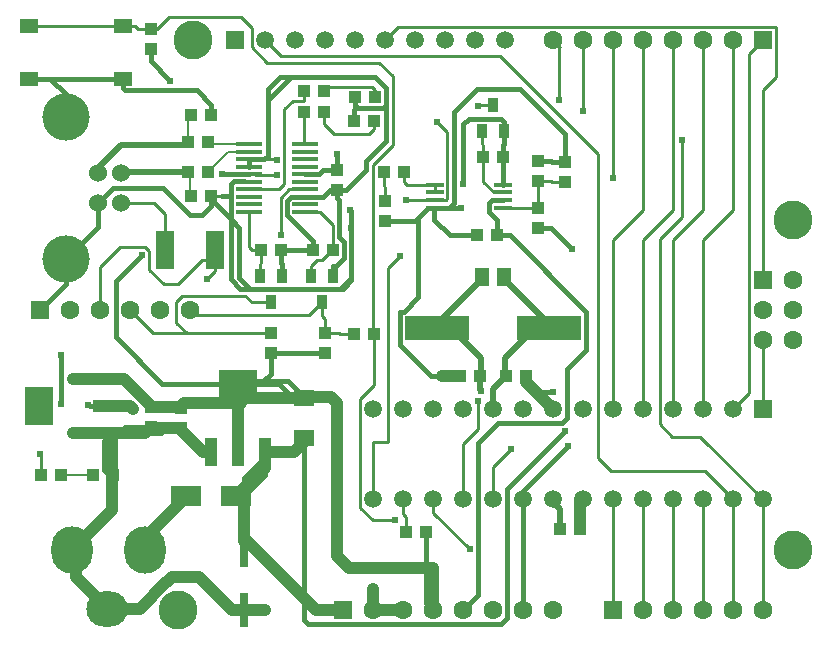
<source format=gtl>
G04*
G04 #@! TF.GenerationSoftware,Altium Limited,Altium Designer,18.1.9 (240)*
G04*
G04 Layer_Physical_Order=1*
G04 Layer_Color=255*
%FSLAX24Y24*%
%MOIN*%
G70*
G01*
G75*
%ADD11C,0.0100*%
%ADD12C,0.0157*%
%ADD14C,0.0079*%
%ADD17R,0.0394X0.0433*%
%ADD18R,0.0433X0.0394*%
%ADD19R,0.0335X0.0512*%
%ADD20R,0.0591X0.0177*%
%ADD21R,0.0512X0.0591*%
%ADD22R,0.0709X0.0551*%
%ADD23R,0.0591X0.1260*%
%ADD24R,0.0945X0.1299*%
%ADD25R,0.0945X0.0394*%
%ADD26R,0.1043X0.0689*%
%ADD27R,0.0295X0.1181*%
%ADD28R,0.0610X0.0512*%
%ADD29O,0.0886X0.0157*%
%ADD30R,0.2165X0.0787*%
%ADD31R,0.0394X0.0945*%
%ADD32R,0.1299X0.0945*%
%ADD61C,0.0394*%
%ADD62C,0.0197*%
%ADD63C,0.1299*%
%ADD64C,0.0630*%
%ADD65R,0.0630X0.0630*%
%ADD66C,0.0600*%
%ADD67C,0.1575*%
%ADD68C,0.0591*%
%ADD69R,0.0591X0.0591*%
%ADD70R,0.0630X0.0630*%
%ADD71R,0.0591X0.0591*%
%ADD72O,0.1378X0.1181*%
%ADD73O,0.1378X0.1575*%
%ADD74C,0.0240*%
D11*
X21570Y7194D02*
Y13364D01*
Y7194D02*
X21980Y6784D01*
X21570Y13364D02*
X22300Y14094D01*
X19500Y6074D02*
X19950Y5624D01*
X19500Y6074D02*
Y16194D01*
X19950Y5624D02*
X23076D01*
X7568Y15300D02*
X7840D01*
X7865Y15275D01*
X12000Y10300D02*
X12010Y10310D01*
Y15854D01*
X9600Y17600D02*
X9700Y17500D01*
Y16560D02*
Y17500D01*
Y16560D02*
X9735Y16525D01*
X12848Y12752D02*
X12898Y12802D01*
X12500Y12400D02*
X12900Y12800D01*
X12000Y6600D02*
X12500D01*
Y12400D01*
X12000Y6600D02*
X12000Y6600D01*
X12000Y4700D02*
Y6600D01*
X5966Y10834D02*
X9867D01*
X5900Y10900D02*
X5966Y10834D01*
X7865Y16025D02*
X8775D01*
X7970Y11264D02*
X8600D01*
X4665Y10235D02*
X5800D01*
X18190Y19732D02*
X18229Y19771D01*
X15600Y11900D02*
X15626D01*
X15550Y8800D02*
Y9000D01*
X15600D01*
X16374Y12000D02*
X16400D01*
X5831Y15600D02*
X5900D01*
X10369Y18434D02*
X11980D01*
X9340Y17984D02*
X9700D01*
X6727Y12664D02*
Y13000D01*
Y12321D02*
Y12664D01*
X6300D02*
X6727D01*
X8400Y20007D02*
X8933Y19474D01*
X16221D01*
X19500Y16194D01*
X23076Y5624D02*
X24000Y4700D01*
X24550Y19550D02*
X25000Y20000D01*
X24550Y8250D02*
Y19550D01*
X24000Y7700D02*
X24550Y8250D01*
X3900Y11000D02*
X4665Y10235D01*
X8923Y13512D02*
Y14731D01*
X9217Y15025D01*
X9735D01*
X20000Y15409D02*
Y20000D01*
X15500Y7034D02*
Y7964D01*
X15000Y6534D02*
X15500Y7034D01*
X15000Y4700D02*
Y6534D01*
X16000Y4700D02*
Y5784D01*
X16590Y6374D01*
X13118Y14672D02*
X14058D01*
X14450D01*
X14482Y14704D01*
Y16924D01*
X14150Y17256D02*
X14482Y16924D01*
X15539Y17833D02*
X16000D01*
X15510Y17804D02*
X15539Y17833D01*
X6460Y12054D02*
X6727Y12321D01*
X5500Y11864D02*
X6300Y12664D01*
X5020Y11864D02*
X5500D01*
X4539Y12345D02*
X5020Y11864D01*
X4539Y12345D02*
Y12964D01*
X4400Y13103D02*
X4539Y12964D01*
X3575Y13103D02*
X4400D01*
X2900Y12428D02*
X3575Y13103D01*
X2900Y11000D02*
Y12428D01*
X19000Y17625D02*
Y20000D01*
X14000Y4245D02*
Y4700D01*
Y4245D02*
X15220Y3024D01*
X12035Y8504D02*
Y10200D01*
X11570Y8040D02*
X12035Y8504D01*
X11570Y4414D02*
Y8040D01*
Y4414D02*
X11990Y3994D01*
X12750D01*
X4600Y20383D02*
X4800D01*
X5201Y20784D01*
X7590D01*
X7970Y20404D01*
Y19764D02*
Y20404D01*
Y19764D02*
X8480Y19254D01*
X12210D01*
X12660Y18804D01*
Y16504D02*
Y18804D01*
X12010Y15854D02*
X12660Y16504D01*
X12400Y20007D02*
X12848Y20454D01*
X25440D01*
X25450Y20444D01*
Y18784D02*
Y20444D01*
X25000Y18334D02*
X25450Y18784D01*
X25000Y12000D02*
Y18334D01*
X18190Y17994D02*
Y19732D01*
X18000Y20000D02*
X18229Y19771D01*
X7865Y15025D02*
X8861D01*
X9050Y15214D01*
Y17694D01*
X9340Y17984D01*
X9700D02*
Y18200D01*
X12069Y18100D02*
Y18345D01*
X11980Y18434D02*
X12069Y18345D01*
X10369Y18200D02*
Y18434D01*
X9926Y12133D02*
Y12460D01*
X10140Y12674D01*
X10312D01*
X10638Y13000D01*
X10669D01*
X9735Y14275D02*
X10245D01*
X10669Y13851D01*
Y13000D02*
Y13851D01*
X21000Y7700D02*
Y13344D01*
X22000Y14344D01*
Y20000D01*
X22916Y6784D02*
X25000Y4700D01*
X21980Y6784D02*
X22916D01*
X22300Y14094D02*
Y16664D01*
X5073Y13000D02*
Y14205D01*
X4700Y14578D02*
X5073Y14205D01*
X3614Y14578D02*
X4700D01*
X16022Y14928D02*
X16342D01*
X15665Y15284D02*
X16022Y14928D01*
X15665Y15284D02*
Y16100D01*
X13035Y15284D02*
Y15600D01*
Y15284D02*
X13135Y15184D01*
X14058D01*
X7865Y13115D02*
Y14275D01*
Y13115D02*
X7980Y13000D01*
X8265D01*
X16374Y12000D02*
Y12100D01*
X10369Y17204D02*
Y17600D01*
Y17204D02*
X10689Y16884D01*
X11875D01*
X12035Y17044D01*
Y17300D01*
X15550Y8800D02*
X15569D01*
X15626Y11900D02*
Y12100D01*
X9867Y10834D02*
X10300Y11267D01*
X8600Y11264D02*
Y11267D01*
X7750Y11484D02*
X7970Y11264D01*
X5650Y11484D02*
X7750D01*
X5450Y11284D02*
X5650Y11484D01*
X5450Y10584D02*
Y11284D01*
Y10584D02*
X5800Y10235D01*
X8600D01*
X6500Y16600D02*
X6600D01*
X17900Y4700D02*
X18000D01*
X5931Y17500D02*
X6000D01*
X5811Y15600D02*
X5831D01*
X20000Y1000D02*
Y4700D01*
X21000Y1000D02*
Y4700D01*
X22000Y1000D02*
Y4700D01*
X23000Y1000D02*
Y4700D01*
X24000Y1000D02*
Y4700D01*
X25000Y1000D02*
Y4700D01*
X24000Y14344D02*
Y20000D01*
X23000Y13344D02*
X24000Y14344D01*
X23000Y7700D02*
Y13344D01*
Y14344D02*
Y20000D01*
X22000Y13344D02*
X23000Y14344D01*
X22000Y7700D02*
Y13344D01*
X21000Y14344D02*
Y20000D01*
X20000Y13344D02*
X21000Y14344D01*
X20000Y7700D02*
Y13344D01*
X13000Y4194D02*
Y4700D01*
Y4194D02*
X13100Y4094D01*
Y3600D02*
Y4094D01*
X10300Y10794D02*
Y11267D01*
Y10794D02*
X10400Y10694D01*
Y10235D02*
Y10694D01*
X10895Y10200D02*
X11365D01*
X10860Y10235D02*
X10895Y10200D01*
X10400Y10235D02*
X10860D01*
X17965Y15265D02*
X18400D01*
X17930Y15300D02*
X17965Y15265D01*
X17500Y15300D02*
X17930D01*
X16927Y14400D02*
X17500D01*
X16910Y14416D02*
X16927Y14400D01*
X16342Y14416D02*
X16910D01*
X17500Y14400D02*
Y15300D01*
X12365Y15129D02*
Y15600D01*
Y15129D02*
X12400Y15094D01*
Y14635D02*
Y15094D01*
X15626Y16544D02*
Y16967D01*
Y16544D02*
X15665Y16504D01*
Y16100D02*
Y16504D01*
X8265Y12584D02*
Y13000D01*
X8226Y12544D02*
X8265Y12584D01*
X8226Y12133D02*
Y12544D01*
X14058Y14928D02*
Y15184D01*
X25000Y7700D02*
Y10000D01*
X535Y20481D02*
X3665D01*
X4178Y20383D02*
X4600D01*
X4080Y20481D02*
X4178Y20383D01*
X3665Y20481D02*
X4080D01*
X8775Y16025D02*
X8800Y16000D01*
X8100Y15500D02*
X8800D01*
X8075Y15525D02*
X8100Y15500D01*
X7865Y15525D02*
X8075D01*
X6600Y14800D02*
X6982D01*
X6500D02*
X6600D01*
X2800Y8700D02*
X2806Y8706D01*
X3142D01*
X900Y6200D02*
X931Y6169D01*
Y5500D02*
Y6169D01*
X3300Y5500D02*
X3335D01*
D12*
X1604Y7872D02*
Y9496D01*
X1600Y9500D02*
X1604Y9496D01*
X7569Y8069D02*
X8042Y8542D01*
X13769Y1231D02*
Y3600D01*
X16990Y4700D02*
Y4959D01*
X7354Y15289D02*
X7700D01*
X7265Y15199D02*
X7354Y15289D01*
X6970Y15525D02*
X7865D01*
X14050Y14004D02*
Y14416D01*
X17340Y8284D02*
X18000D01*
X11280Y12083D02*
Y14295D01*
X6500Y14800D02*
X6600Y14700D01*
X5052Y7000D02*
X5600D01*
X4400Y6900D02*
X4952D01*
X3294Y6894D02*
X3335D01*
Y6694D02*
X3540Y6900D01*
X3335Y6694D02*
Y6894D01*
X3040Y6640D02*
X3294Y6894D01*
X3040Y5660D02*
X3300Y5400D01*
X1953Y2700D02*
X2100D01*
X7265Y14824D02*
Y15199D01*
X7240Y14800D02*
X7265Y14824D01*
X12450Y16654D02*
Y17844D01*
X11400D02*
Y18100D01*
Y17709D02*
Y17844D01*
X10674Y12464D02*
X10783D01*
X8890Y18784D02*
X9280D01*
X8490Y17994D02*
Y18384D01*
Y16134D02*
Y16135D01*
X8380Y16025D02*
X8381D01*
X8350Y8634D02*
X9166D01*
X8134D02*
X8350D01*
X8600Y8884D01*
X8258Y8542D02*
X8350Y8634D01*
X8042Y8542D02*
X8258D01*
X8856D01*
X7500D02*
X8042D01*
X8134Y8634D01*
X7500Y7900D02*
Y8542D01*
Y6300D02*
Y7900D01*
Y6258D02*
Y6300D01*
Y7900D02*
X7600D01*
X5700D02*
X7500D01*
X5650D02*
X5700D01*
X9700Y675D02*
Y6600D01*
X7700Y4800D02*
X7700D01*
X7446D02*
X7700D01*
Y5400D01*
Y4546D02*
Y4800D01*
Y3300D02*
Y4546D01*
Y3000D02*
Y3300D01*
X14542Y14416D02*
X14920D01*
X13840D02*
X14050D01*
X17100Y8600D02*
Y8800D01*
Y8525D02*
Y8600D01*
X13510Y14086D02*
X13840Y14416D01*
X13390Y13965D02*
X13510Y14086D01*
X10910Y11714D02*
X11280Y12083D01*
X11280Y12084D01*
X11280Y11993D02*
Y12083D01*
X14300Y8800D02*
X14900D01*
X13939D02*
X14300D01*
X7260Y14040D02*
Y14780D01*
Y12034D02*
Y14040D01*
X6982Y14800D02*
X7240D01*
X10910Y11714D02*
X11000D01*
X7900D02*
X10910D01*
X7580D02*
X7900D01*
X7260Y14040D02*
X7550Y13750D01*
X6600Y14700D02*
X7260Y14040D01*
X6600Y14700D02*
Y14800D01*
Y14484D02*
Y14700D01*
X3540Y6900D02*
X4400D01*
X3500D02*
X3540D01*
X3740Y7100D01*
X3142Y6894D02*
X3294D01*
X3300Y6900D01*
X5700Y4700D02*
Y4800D01*
X9260Y14775D02*
X9735D01*
X9130Y14645D02*
X9260Y14775D01*
X9130Y14164D02*
Y14645D01*
Y14164D02*
X10000Y13295D01*
Y13000D02*
Y13295D01*
X8856Y8542D02*
X9328Y8069D01*
X9700D01*
X13769Y1231D02*
X14000Y1000D01*
X3740Y7100D02*
X4600D01*
X3335Y5500D02*
Y6694D01*
X16135Y13500D02*
X16555D01*
X19110Y10944D01*
Y9684D02*
Y10944D01*
X18460Y9034D02*
X19110Y9684D01*
X18460Y7404D02*
Y9034D01*
X18300Y7244D02*
X18460Y7404D01*
X16179Y7244D02*
X18300D01*
X15500Y6565D02*
X16179Y7244D01*
X15500Y1500D02*
Y6565D01*
X15000Y1000D02*
X15500Y1500D01*
X17100Y8525D02*
X17340Y8284D01*
X9700Y675D02*
X9850Y524D01*
X16280D01*
X16480Y724D01*
Y5044D01*
X18400Y6964D01*
X17944Y13731D02*
X18620Y13054D01*
X17500Y13731D02*
X17944D01*
X16990Y4700D02*
X17000D01*
X16990Y4959D02*
X18500Y6469D01*
X2565Y7800D02*
X3142D01*
X2510Y7854D02*
X2565Y7800D01*
X10800Y15669D02*
Y16194D01*
X7550Y12064D02*
Y13750D01*
Y12064D02*
X7900Y11714D01*
X11000D02*
X11280Y11993D01*
X11244Y14331D02*
X11280Y14295D01*
X11280Y12084D02*
Y13734D01*
X1760Y17440D02*
Y18189D01*
X1240Y18709D02*
X1760Y18189D01*
X535Y18709D02*
X1240D01*
X14058Y14416D02*
X14542D01*
X14690Y14564D01*
Y17604D01*
X15460Y18374D01*
X16910D01*
X18400Y16885D01*
Y15935D02*
Y16885D01*
X10800Y15000D02*
X11100D01*
X11757Y15657D01*
Y15961D01*
X12450Y16654D01*
X8490Y18384D02*
X8890Y18784D01*
X8381Y16025D02*
X8490Y16134D01*
X7260Y12034D02*
X7580Y11714D01*
X8406Y5505D02*
Y6258D01*
X7700Y4800D02*
X8406Y5505D01*
X8600Y8884D02*
Y9565D01*
X12400Y13965D02*
X13390D01*
X7865Y16025D02*
X8380D01*
X8490Y16135D01*
Y17994D01*
X9280Y18784D01*
X12060D01*
X12450Y18394D01*
Y17844D02*
Y18394D01*
X12350Y17744D02*
X12450Y17844D01*
X11500Y17744D02*
X12350D01*
X11400Y17844D02*
X11500Y17744D01*
X12890Y9849D02*
X13939Y8800D01*
X12890Y9849D02*
Y10951D01*
X13020D01*
X13510Y11441D01*
Y14086D01*
X4973Y8542D02*
X7500D01*
X3420Y10094D02*
X4973Y8542D01*
X3420Y10094D02*
Y11974D01*
X4290Y12844D01*
X4600Y19305D02*
Y19714D01*
Y19305D02*
X5250Y18654D01*
X10800Y14754D02*
Y15000D01*
Y14754D02*
X10877Y14677D01*
Y13444D02*
Y14677D01*
Y13444D02*
X11043Y13278D01*
Y12724D02*
Y13278D01*
X10783Y12464D02*
X11043Y12724D01*
X10674Y12133D02*
Y12464D01*
X9735Y14775D02*
X10340D01*
X10565Y15000D01*
X10800D01*
X3665Y18404D02*
Y18709D01*
Y18404D02*
X3745Y18324D01*
X6130D01*
X6600Y17854D01*
Y17500D02*
Y17854D01*
X3040Y5660D02*
Y6640D01*
X5550Y7800D02*
X5650Y7900D01*
X4600Y7800D02*
X5550D01*
X15010Y15200D02*
Y17204D01*
X15190Y17384D01*
X16274D01*
X16374Y17284D01*
Y16967D02*
Y17284D01*
X14050Y14416D02*
X14058D01*
X14050Y14004D02*
X14555Y13500D01*
X15465D01*
X2827Y13767D02*
Y14578D01*
X1760Y12700D02*
X2827Y13767D01*
X5700Y4800D02*
X5754D01*
X900Y11000D02*
X1760Y11860D01*
Y12700D01*
X1953Y2700D02*
Y3000D01*
X7700Y5400D02*
X8400Y6100D01*
X15980Y14672D02*
X16342D01*
X15880Y14572D02*
X15980Y14672D01*
X15880Y14258D02*
Y14572D01*
Y14258D02*
X16135Y14004D01*
Y13500D02*
Y14004D01*
X8935Y13000D02*
X10000D01*
X6300Y14184D02*
X6600Y14484D01*
X5900Y14184D02*
X6300D01*
X5010Y15074D02*
X5900Y14184D01*
X3323Y15074D02*
X5010D01*
X2827Y14578D02*
X3323Y15074D01*
X4952Y6900D02*
X5052Y7000D01*
X9166Y8634D02*
X9700Y8100D01*
Y6600D02*
Y6731D01*
X11365Y17674D02*
X11400Y17709D01*
X11365Y17300D02*
Y17674D01*
X7865Y15775D02*
Y16025D01*
X8935Y12584D02*
Y13000D01*
Y12584D02*
X8974Y12544D01*
Y12133D02*
Y12544D01*
X16335Y15641D02*
Y16100D01*
Y15641D02*
X16342Y15634D01*
Y15184D02*
Y15634D01*
X16374Y16544D02*
Y16967D01*
X16335Y16504D02*
X16374Y16544D01*
X16335Y16100D02*
Y16504D01*
X17000Y1000D02*
Y4700D01*
X8600Y9565D02*
X10400D01*
X17965Y15935D02*
X18400D01*
X17930Y15969D02*
X17965Y15935D01*
X17500Y15969D02*
X17930D01*
X10335Y15669D02*
X10800D01*
X10190Y15525D02*
X10335Y15669D01*
X9735Y15525D02*
X10190D01*
X1240Y18709D02*
X3665D01*
D14*
X6500Y15600D02*
X7175Y16275D01*
X5900Y14900D02*
Y15600D01*
X5965Y14800D02*
Y14835D01*
X5831Y17331D02*
X6000Y17500D01*
X5931Y14800D02*
X5965D01*
X1600Y5500D02*
X2665D01*
X5831Y16600D02*
Y17331D01*
X5900Y14900D02*
X5965Y14835D01*
X7175Y16275D02*
X7865D01*
X6600Y16600D02*
X6675Y16525D01*
X7865D01*
X2700Y5500D02*
X2700D01*
X2665D02*
X2700D01*
D17*
X12400Y14635D02*
D03*
Y13965D02*
D03*
X17500Y15969D02*
D03*
Y15300D02*
D03*
Y14400D02*
D03*
Y13731D02*
D03*
X10400Y9565D02*
D03*
Y10235D02*
D03*
X8600D02*
D03*
Y9565D02*
D03*
X10800Y15000D02*
D03*
Y15669D02*
D03*
X5600Y7065D02*
D03*
Y7735D02*
D03*
X4600Y7100D02*
D03*
Y7769D02*
D03*
X4600Y20383D02*
D03*
Y19714D02*
D03*
X18400Y15935D02*
D03*
Y15265D02*
D03*
D18*
X12365Y15600D02*
D03*
X13035D02*
D03*
X11400Y18100D02*
D03*
X12069D02*
D03*
X16335Y16100D02*
D03*
X15665D02*
D03*
X15465Y13500D02*
D03*
X16135D02*
D03*
X11365Y17300D02*
D03*
X12035D02*
D03*
X10369Y17600D02*
D03*
X9700D02*
D03*
X10369Y18300D02*
D03*
X9700D02*
D03*
X12035Y10200D02*
D03*
X11365D02*
D03*
X10000Y13000D02*
D03*
X10669D02*
D03*
X1600Y5500D02*
D03*
X931D02*
D03*
X8265Y13000D02*
D03*
X8935D02*
D03*
X3335Y5500D02*
D03*
X2665D02*
D03*
X6600Y17500D02*
D03*
X5931D02*
D03*
X6600Y14800D02*
D03*
X5931D02*
D03*
X5831Y15600D02*
D03*
X6500D02*
D03*
X5831Y16600D02*
D03*
X6500D02*
D03*
X13100Y3600D02*
D03*
X13769D02*
D03*
X18900Y3700D02*
D03*
X18231D02*
D03*
X14900Y8800D02*
D03*
X15569D02*
D03*
X17100D02*
D03*
X16431D02*
D03*
D19*
X16000Y17833D02*
D03*
X16374Y16967D02*
D03*
X15626D02*
D03*
X10300Y11267D02*
D03*
X9926Y12133D02*
D03*
X10674D02*
D03*
X8600Y11267D02*
D03*
X8226Y12133D02*
D03*
X8974D02*
D03*
D20*
X16342Y15184D02*
D03*
Y14928D02*
D03*
Y14672D02*
D03*
Y14416D02*
D03*
X14058D02*
D03*
Y14672D02*
D03*
Y14928D02*
D03*
Y15184D02*
D03*
D21*
X16374Y12100D02*
D03*
X15626D02*
D03*
D22*
X9700Y6731D02*
D03*
Y8069D02*
D03*
D23*
X5073Y13000D02*
D03*
X6727D02*
D03*
D24*
X858Y7800D02*
D03*
D25*
X3142Y8706D02*
D03*
Y7800D02*
D03*
Y6894D02*
D03*
D26*
X5754Y4800D02*
D03*
X7446D02*
D03*
D27*
X7700Y3000D02*
D03*
Y1000D02*
D03*
D28*
X3665Y18709D02*
D03*
X535D02*
D03*
Y20481D02*
D03*
X3665D02*
D03*
D29*
X7865Y16525D02*
D03*
Y16275D02*
D03*
Y16025D02*
D03*
Y15775D02*
D03*
Y15525D02*
D03*
Y15275D02*
D03*
Y15025D02*
D03*
Y14775D02*
D03*
Y14525D02*
D03*
Y14275D02*
D03*
X9735Y16525D02*
D03*
Y16275D02*
D03*
Y16025D02*
D03*
Y15775D02*
D03*
Y15525D02*
D03*
Y15275D02*
D03*
Y15025D02*
D03*
Y14775D02*
D03*
Y14525D02*
D03*
Y14275D02*
D03*
D30*
X14130Y10400D02*
D03*
X17870D02*
D03*
D31*
X6594Y6258D02*
D03*
X7500D02*
D03*
X8406D02*
D03*
D32*
X7500Y8542D02*
D03*
D61*
X4000Y7700D02*
X4000Y7700D01*
X3900Y7800D02*
X4000Y7700D01*
X3200Y7800D02*
X3900D01*
X5700Y7900D02*
X7500D01*
X7600D01*
X7569Y8069D02*
X9700D01*
Y8100D02*
X10600D01*
X11200Y2400D02*
X14000D01*
X2000Y8700D02*
X2800D01*
X17100Y8600D02*
X18000Y7700D01*
X3500Y6900D02*
X4400D01*
X7300Y1000D02*
X7800D01*
X3300Y5500D02*
Y6900D01*
X7700Y1000D02*
X8400D01*
X6200Y2100D02*
X7300Y1000D01*
X5300Y2100D02*
X6200D01*
X5125Y1925D02*
X5300Y2100D01*
X5117Y1925D02*
X5125D01*
X4223Y1031D02*
X5117Y1925D01*
X3134Y1031D02*
X4223D01*
X7446Y4800D02*
X8400Y5754D01*
X8200Y2900D02*
X10100Y1000D01*
X7800Y3300D02*
X8200Y2900D01*
X7700Y3300D02*
X7800D01*
X18900Y4600D02*
X19000Y4700D01*
X18900Y3700D02*
Y4600D01*
X14300Y8800D02*
X14900D01*
X17100Y8600D02*
Y8800D01*
X12000Y1000D02*
X13000D01*
X12000D02*
Y1700D01*
X10100Y1000D02*
X11000D01*
X2000Y6900D02*
X3136D01*
X7500Y6300D02*
Y7900D01*
X5569Y7769D02*
X5600Y7800D01*
X5700Y7900D01*
X5600Y7735D02*
Y7800D01*
X10600Y8100D02*
X10800Y7900D01*
Y2800D02*
Y7900D01*
Y2800D02*
X11200Y2400D01*
X14000Y1000D02*
Y2400D01*
X4600Y7769D02*
X5569D01*
X3694Y8706D02*
X4600Y7800D01*
X3142Y8706D02*
X3694D01*
X7700Y3300D02*
Y4546D01*
X7446Y4800D02*
X7700Y4546D01*
X3136Y6900D02*
X3142Y6894D01*
X4400Y6900D02*
X4600Y7100D01*
X4600D02*
X4635Y7065D01*
X5600D01*
X5600Y7000D02*
X6342Y6258D01*
X6594D01*
X7500D02*
Y6300D01*
X9358Y6258D02*
X9700Y6600D01*
X8406Y6258D02*
X9358D01*
X8400Y5754D02*
Y6100D01*
X4394Y3394D02*
X5700Y4700D01*
X4394Y3000D02*
Y3394D01*
X3300Y4347D02*
Y5400D01*
X1953Y3000D02*
X3300Y4347D01*
X2100Y2100D02*
Y2700D01*
Y2100D02*
X3134Y1066D01*
Y1031D02*
Y1066D01*
D62*
X17950Y4650D02*
X18231Y4369D01*
X17900Y4700D02*
X17950Y4650D01*
X16400Y8800D02*
Y9400D01*
X3600Y15600D02*
X5831D01*
X16400Y8800D02*
X16431D01*
X3600Y15600D02*
X3614Y15562D01*
X2800Y15600D02*
X2827Y15562D01*
X2800Y15600D02*
Y15700D01*
X3600Y16500D01*
X5700D01*
X5800Y16600D01*
X5831D01*
X18231Y3700D02*
Y4369D01*
X15569Y8331D02*
X15600Y8300D01*
X16000Y7700D02*
Y8369D01*
X16431Y8800D01*
X15569Y8331D02*
Y8800D01*
X15500Y11900D02*
X15600D01*
X14130Y10530D02*
X15500Y11900D01*
X14130Y10400D02*
Y10530D01*
X17870Y10400D02*
Y10530D01*
X16400Y12000D02*
X17870Y10530D01*
X17770Y10300D02*
X17870Y10400D01*
X17300Y10300D02*
X17770D01*
X16400Y9400D02*
X17300Y10300D01*
X15600Y9000D02*
Y9400D01*
X14600Y10400D02*
X15600Y9400D01*
X14130Y10400D02*
X14600D01*
D63*
X6000Y20000D02*
D03*
X26000Y14000D02*
D03*
Y3000D02*
D03*
X5500Y1000D02*
D03*
D64*
X18000D02*
D03*
X17000D02*
D03*
X16000D02*
D03*
X15000D02*
D03*
X14000D02*
D03*
X13000D02*
D03*
X12000D02*
D03*
X5900Y11000D02*
D03*
X4900D02*
D03*
X3900D02*
D03*
X2900D02*
D03*
X1900D02*
D03*
X25000Y1000D02*
D03*
X24000D02*
D03*
X23000D02*
D03*
X22000D02*
D03*
X21000D02*
D03*
X26000Y12000D02*
D03*
X25000Y11000D02*
D03*
X26000D02*
D03*
X25000Y10000D02*
D03*
X26000D02*
D03*
X18000Y20000D02*
D03*
X19000D02*
D03*
X20000D02*
D03*
X21000D02*
D03*
X22000D02*
D03*
X23000D02*
D03*
X24000D02*
D03*
D65*
X11000Y1000D02*
D03*
X900Y11000D02*
D03*
X20000Y1000D02*
D03*
X25000Y20000D02*
D03*
D66*
X3614Y14578D02*
D03*
Y15562D02*
D03*
X2827Y14578D02*
D03*
Y15562D02*
D03*
X1760Y17440D02*
D03*
D67*
Y12700D02*
D03*
Y17440D02*
D03*
D68*
X12000Y4700D02*
D03*
X13000D02*
D03*
X14000D02*
D03*
X15000D02*
D03*
X16000D02*
D03*
X17000D02*
D03*
X18000D02*
D03*
X19000D02*
D03*
X20000D02*
D03*
X21000D02*
D03*
X22000D02*
D03*
X23000D02*
D03*
X24000D02*
D03*
X25000D02*
D03*
X12000Y7700D02*
D03*
X13000D02*
D03*
X14000D02*
D03*
X15000D02*
D03*
X16000D02*
D03*
X17000D02*
D03*
X18000D02*
D03*
X19000D02*
D03*
X20000D02*
D03*
X21000D02*
D03*
X22000D02*
D03*
X23000D02*
D03*
X24000D02*
D03*
X9400Y20007D02*
D03*
X16400D02*
D03*
X15400D02*
D03*
X14400D02*
D03*
X13400D02*
D03*
X12400D02*
D03*
X11400D02*
D03*
X10400D02*
D03*
X8400D02*
D03*
D69*
X25000Y7700D02*
D03*
D70*
Y12000D02*
D03*
D71*
X7400Y20007D02*
D03*
D72*
X3134Y1031D02*
D03*
D73*
X1953Y3000D02*
D03*
X4394D02*
D03*
D74*
X1604Y7872D02*
D03*
X1600Y9500D02*
D03*
X4000Y7700D02*
D03*
X2000Y8700D02*
D03*
X6970Y15525D02*
D03*
X8923Y13512D02*
D03*
X20000Y15409D02*
D03*
X12910Y12814D02*
D03*
X15500Y7964D02*
D03*
X16590Y6374D02*
D03*
X13118Y14672D02*
D03*
X14150Y17256D02*
D03*
X15510Y17804D02*
D03*
X6460Y12054D02*
D03*
X19000Y17625D02*
D03*
X15220Y3024D02*
D03*
X12750Y3994D02*
D03*
X18000Y8284D02*
D03*
X18400Y6964D02*
D03*
X18620Y13054D02*
D03*
X18500Y6469D02*
D03*
X2510Y7854D02*
D03*
X10800Y16194D02*
D03*
X11244Y14331D02*
D03*
X11280Y13734D02*
D03*
X18190Y17994D02*
D03*
X14920Y14416D02*
D03*
X4290Y12844D02*
D03*
X5250Y18654D02*
D03*
X15010Y15200D02*
D03*
X22300Y16664D02*
D03*
X8800Y16000D02*
D03*
Y15500D02*
D03*
X14300Y8800D02*
D03*
X15600Y8300D02*
D03*
X900Y6200D02*
D03*
X12000Y1700D02*
D03*
X2000Y6900D02*
D03*
X8200Y2900D02*
D03*
X8400Y1000D02*
D03*
M02*

</source>
